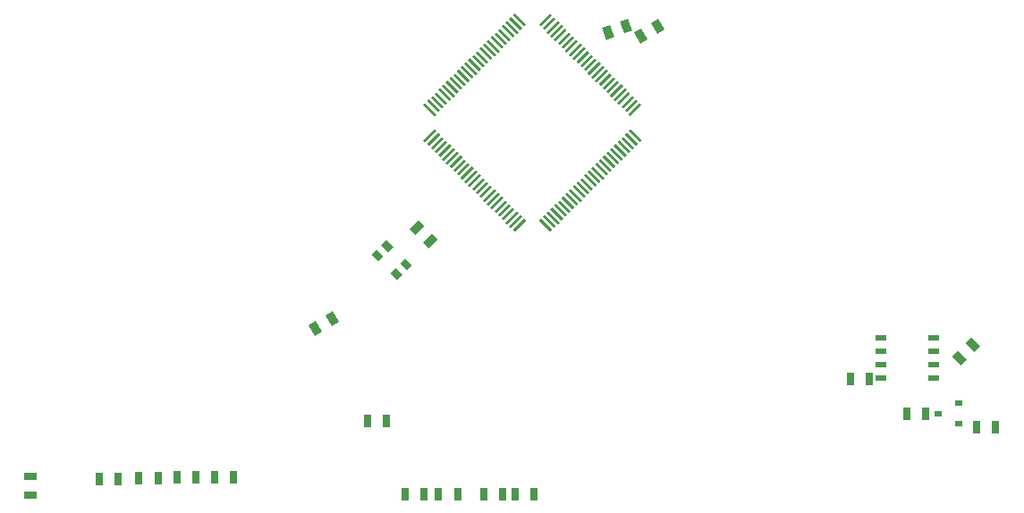
<source format=gtp>
G75*
G70*
%OFA0B0*%
%FSLAX24Y24*%
%IPPOS*%
%LPD*%
%AMOC8*
5,1,8,0,0,1.08239X$1,22.5*
%
%ADD10R,0.0315X0.0472*%
%ADD11R,0.0276X0.0354*%
%ADD12R,0.0591X0.0098*%
%ADD13R,0.0394X0.0197*%
%ADD14R,0.0472X0.0315*%
%ADD15R,0.0276X0.0236*%
D10*
X019045Y009244D03*
X019754Y009244D03*
X020524Y009292D03*
X021232Y009292D03*
X021953Y009316D03*
X022661Y009316D03*
X023349Y009311D03*
X024057Y009311D03*
X029051Y011400D03*
X029760Y011400D03*
X030446Y008670D03*
X031155Y008670D03*
X031690Y008672D03*
X032398Y008672D03*
X033383Y008679D03*
X034091Y008679D03*
X034536Y008670D03*
X035245Y008670D03*
G36*
X026854Y014990D02*
X027124Y015147D01*
X027360Y014740D01*
X027090Y014583D01*
X026854Y014990D01*
G37*
G36*
X027467Y015345D02*
X027737Y015502D01*
X027973Y015095D01*
X027703Y014938D01*
X027467Y015345D01*
G37*
G36*
X031321Y017857D02*
X031099Y018079D01*
X031431Y018411D01*
X031653Y018189D01*
X031321Y017857D01*
G37*
G36*
X030820Y018358D02*
X030598Y018580D01*
X030930Y018912D01*
X031152Y018690D01*
X030820Y018358D01*
G37*
G36*
X037790Y026067D02*
X038084Y026174D01*
X038246Y025731D01*
X037952Y025624D01*
X037790Y026067D01*
G37*
G36*
X038456Y026309D02*
X038750Y026416D01*
X038912Y025973D01*
X038618Y025866D01*
X038456Y026309D01*
G37*
G36*
X038984Y025896D02*
X039254Y026053D01*
X039490Y025646D01*
X039220Y025489D01*
X038984Y025896D01*
G37*
G36*
X039597Y026250D02*
X039867Y026407D01*
X040103Y026000D01*
X039833Y025843D01*
X039597Y026250D01*
G37*
G36*
X051335Y014325D02*
X051557Y014547D01*
X051889Y014215D01*
X051667Y013993D01*
X051335Y014325D01*
G37*
G36*
X050834Y013824D02*
X051056Y014046D01*
X051388Y013714D01*
X051166Y013492D01*
X050834Y013824D01*
G37*
X047745Y012990D03*
X047036Y012990D03*
X049136Y011690D03*
X049845Y011690D03*
X051736Y011190D03*
X052445Y011190D03*
D11*
G36*
X030251Y017281D02*
X030446Y017476D01*
X030695Y017227D01*
X030500Y017032D01*
X030251Y017281D01*
G37*
G36*
X029560Y017972D02*
X029755Y018167D01*
X030004Y017918D01*
X029809Y017723D01*
X029560Y017972D01*
G37*
G36*
X029198Y017611D02*
X029393Y017806D01*
X029642Y017557D01*
X029447Y017362D01*
X029198Y017611D01*
G37*
G36*
X029890Y016919D02*
X030085Y017114D01*
X030334Y016865D01*
X030139Y016670D01*
X029890Y016919D01*
G37*
D12*
G36*
X034390Y019448D02*
X033974Y019032D01*
X033904Y019102D01*
X034320Y019518D01*
X034390Y019448D01*
G37*
G36*
X034529Y019309D02*
X034113Y018893D01*
X034043Y018963D01*
X034459Y019379D01*
X034529Y019309D01*
G37*
G36*
X034669Y019170D02*
X034253Y018754D01*
X034183Y018824D01*
X034599Y019240D01*
X034669Y019170D01*
G37*
G36*
X034808Y019031D02*
X034392Y018615D01*
X034322Y018685D01*
X034738Y019101D01*
X034808Y019031D01*
G37*
G36*
X034947Y018892D02*
X034531Y018476D01*
X034461Y018546D01*
X034877Y018962D01*
X034947Y018892D01*
G37*
G36*
X035505Y018962D02*
X035921Y018546D01*
X035851Y018476D01*
X035435Y018892D01*
X035505Y018962D01*
G37*
G36*
X035645Y019101D02*
X036061Y018685D01*
X035991Y018615D01*
X035575Y019031D01*
X035645Y019101D01*
G37*
G36*
X035784Y019240D02*
X036200Y018824D01*
X036130Y018754D01*
X035714Y019170D01*
X035784Y019240D01*
G37*
G36*
X035923Y019379D02*
X036339Y018963D01*
X036269Y018893D01*
X035853Y019309D01*
X035923Y019379D01*
G37*
G36*
X036062Y019518D02*
X036478Y019102D01*
X036408Y019032D01*
X035992Y019448D01*
X036062Y019518D01*
G37*
G36*
X036201Y019658D02*
X036617Y019242D01*
X036547Y019172D01*
X036131Y019588D01*
X036201Y019658D01*
G37*
G36*
X036341Y019797D02*
X036757Y019381D01*
X036687Y019311D01*
X036271Y019727D01*
X036341Y019797D01*
G37*
G36*
X036480Y019936D02*
X036896Y019520D01*
X036826Y019450D01*
X036410Y019866D01*
X036480Y019936D01*
G37*
G36*
X036619Y020075D02*
X037035Y019659D01*
X036965Y019589D01*
X036549Y020005D01*
X036619Y020075D01*
G37*
G36*
X036758Y020214D02*
X037174Y019798D01*
X037104Y019728D01*
X036688Y020144D01*
X036758Y020214D01*
G37*
G36*
X036897Y020354D02*
X037313Y019938D01*
X037243Y019868D01*
X036827Y020284D01*
X036897Y020354D01*
G37*
G36*
X037036Y020493D02*
X037452Y020077D01*
X037382Y020007D01*
X036966Y020423D01*
X037036Y020493D01*
G37*
G36*
X037176Y020632D02*
X037592Y020216D01*
X037522Y020146D01*
X037106Y020562D01*
X037176Y020632D01*
G37*
G36*
X037315Y020771D02*
X037731Y020355D01*
X037661Y020285D01*
X037245Y020701D01*
X037315Y020771D01*
G37*
G36*
X037454Y020910D02*
X037870Y020494D01*
X037800Y020424D01*
X037384Y020840D01*
X037454Y020910D01*
G37*
G36*
X037593Y021050D02*
X038009Y020634D01*
X037939Y020564D01*
X037523Y020980D01*
X037593Y021050D01*
G37*
G36*
X037732Y021189D02*
X038148Y020773D01*
X038078Y020703D01*
X037662Y021119D01*
X037732Y021189D01*
G37*
G36*
X037872Y021328D02*
X038288Y020912D01*
X038218Y020842D01*
X037802Y021258D01*
X037872Y021328D01*
G37*
G36*
X038011Y021467D02*
X038427Y021051D01*
X038357Y020981D01*
X037941Y021397D01*
X038011Y021467D01*
G37*
G36*
X038150Y021606D02*
X038566Y021190D01*
X038496Y021120D01*
X038080Y021536D01*
X038150Y021606D01*
G37*
G36*
X038289Y021746D02*
X038705Y021330D01*
X038635Y021260D01*
X038219Y021676D01*
X038289Y021746D01*
G37*
G36*
X038428Y021885D02*
X038844Y021469D01*
X038774Y021399D01*
X038358Y021815D01*
X038428Y021885D01*
G37*
G36*
X038568Y022024D02*
X038984Y021608D01*
X038914Y021538D01*
X038498Y021954D01*
X038568Y022024D01*
G37*
G36*
X038707Y022163D02*
X039123Y021747D01*
X039053Y021677D01*
X038637Y022093D01*
X038707Y022163D01*
G37*
G36*
X038846Y022302D02*
X039262Y021886D01*
X039192Y021816D01*
X038776Y022232D01*
X038846Y022302D01*
G37*
G36*
X038776Y022861D02*
X039192Y023277D01*
X039262Y023207D01*
X038846Y022791D01*
X038776Y022861D01*
G37*
G36*
X038637Y023000D02*
X039053Y023416D01*
X039123Y023346D01*
X038707Y022930D01*
X038637Y023000D01*
G37*
G36*
X038498Y023139D02*
X038914Y023555D01*
X038984Y023485D01*
X038568Y023069D01*
X038498Y023139D01*
G37*
G36*
X038358Y023278D02*
X038774Y023694D01*
X038844Y023624D01*
X038428Y023208D01*
X038358Y023278D01*
G37*
G36*
X038219Y023417D02*
X038635Y023833D01*
X038705Y023763D01*
X038289Y023347D01*
X038219Y023417D01*
G37*
G36*
X038080Y023557D02*
X038496Y023973D01*
X038566Y023903D01*
X038150Y023487D01*
X038080Y023557D01*
G37*
G36*
X037941Y023696D02*
X038357Y024112D01*
X038427Y024042D01*
X038011Y023626D01*
X037941Y023696D01*
G37*
G36*
X037802Y023835D02*
X038218Y024251D01*
X038288Y024181D01*
X037872Y023765D01*
X037802Y023835D01*
G37*
G36*
X037662Y023974D02*
X038078Y024390D01*
X038148Y024320D01*
X037732Y023904D01*
X037662Y023974D01*
G37*
G36*
X037523Y024113D02*
X037939Y024529D01*
X038009Y024459D01*
X037593Y024043D01*
X037523Y024113D01*
G37*
G36*
X037384Y024253D02*
X037800Y024669D01*
X037870Y024599D01*
X037454Y024183D01*
X037384Y024253D01*
G37*
G36*
X037245Y024392D02*
X037661Y024808D01*
X037731Y024738D01*
X037315Y024322D01*
X037245Y024392D01*
G37*
G36*
X037106Y024531D02*
X037522Y024947D01*
X037592Y024877D01*
X037176Y024461D01*
X037106Y024531D01*
G37*
G36*
X036966Y024670D02*
X037382Y025086D01*
X037452Y025016D01*
X037036Y024600D01*
X036966Y024670D01*
G37*
G36*
X036827Y024809D02*
X037243Y025225D01*
X037313Y025155D01*
X036897Y024739D01*
X036827Y024809D01*
G37*
G36*
X036688Y024949D02*
X037104Y025365D01*
X037174Y025295D01*
X036758Y024879D01*
X036688Y024949D01*
G37*
G36*
X036549Y025088D02*
X036965Y025504D01*
X037035Y025434D01*
X036619Y025018D01*
X036549Y025088D01*
G37*
G36*
X036410Y025227D02*
X036826Y025643D01*
X036896Y025573D01*
X036480Y025157D01*
X036410Y025227D01*
G37*
G36*
X036271Y025366D02*
X036687Y025782D01*
X036757Y025712D01*
X036341Y025296D01*
X036271Y025366D01*
G37*
G36*
X036131Y025505D02*
X036547Y025921D01*
X036617Y025851D01*
X036201Y025435D01*
X036131Y025505D01*
G37*
G36*
X035992Y025645D02*
X036408Y026061D01*
X036478Y025991D01*
X036062Y025575D01*
X035992Y025645D01*
G37*
G36*
X035853Y025784D02*
X036269Y026200D01*
X036339Y026130D01*
X035923Y025714D01*
X035853Y025784D01*
G37*
G36*
X035714Y025923D02*
X036130Y026339D01*
X036200Y026269D01*
X035784Y025853D01*
X035714Y025923D01*
G37*
G36*
X035575Y026062D02*
X035991Y026478D01*
X036061Y026408D01*
X035645Y025992D01*
X035575Y026062D01*
G37*
G36*
X035435Y026201D02*
X035851Y026617D01*
X035921Y026547D01*
X035505Y026131D01*
X035435Y026201D01*
G37*
G36*
X034877Y026131D02*
X034461Y026547D01*
X034531Y026617D01*
X034947Y026201D01*
X034877Y026131D01*
G37*
G36*
X034738Y025992D02*
X034322Y026408D01*
X034392Y026478D01*
X034808Y026062D01*
X034738Y025992D01*
G37*
G36*
X034599Y025853D02*
X034183Y026269D01*
X034253Y026339D01*
X034669Y025923D01*
X034599Y025853D01*
G37*
G36*
X034459Y025714D02*
X034043Y026130D01*
X034113Y026200D01*
X034529Y025784D01*
X034459Y025714D01*
G37*
G36*
X034320Y025575D02*
X033904Y025991D01*
X033974Y026061D01*
X034390Y025645D01*
X034320Y025575D01*
G37*
G36*
X034181Y025435D02*
X033765Y025851D01*
X033835Y025921D01*
X034251Y025505D01*
X034181Y025435D01*
G37*
G36*
X034042Y025296D02*
X033626Y025712D01*
X033696Y025782D01*
X034112Y025366D01*
X034042Y025296D01*
G37*
G36*
X033903Y025157D02*
X033487Y025573D01*
X033557Y025643D01*
X033973Y025227D01*
X033903Y025157D01*
G37*
G36*
X033763Y025018D02*
X033347Y025434D01*
X033417Y025504D01*
X033833Y025088D01*
X033763Y025018D01*
G37*
G36*
X033624Y024879D02*
X033208Y025295D01*
X033278Y025365D01*
X033694Y024949D01*
X033624Y024879D01*
G37*
G36*
X033485Y024739D02*
X033069Y025155D01*
X033139Y025225D01*
X033555Y024809D01*
X033485Y024739D01*
G37*
G36*
X033346Y024600D02*
X032930Y025016D01*
X033000Y025086D01*
X033416Y024670D01*
X033346Y024600D01*
G37*
G36*
X033207Y024461D02*
X032791Y024877D01*
X032861Y024947D01*
X033277Y024531D01*
X033207Y024461D01*
G37*
G36*
X033067Y024322D02*
X032651Y024738D01*
X032721Y024808D01*
X033137Y024392D01*
X033067Y024322D01*
G37*
G36*
X032928Y024183D02*
X032512Y024599D01*
X032582Y024669D01*
X032998Y024253D01*
X032928Y024183D01*
G37*
G36*
X032789Y024043D02*
X032373Y024459D01*
X032443Y024529D01*
X032859Y024113D01*
X032789Y024043D01*
G37*
G36*
X032650Y023904D02*
X032234Y024320D01*
X032304Y024390D01*
X032720Y023974D01*
X032650Y023904D01*
G37*
G36*
X032511Y023765D02*
X032095Y024181D01*
X032165Y024251D01*
X032581Y023835D01*
X032511Y023765D01*
G37*
G36*
X032372Y023626D02*
X031956Y024042D01*
X032026Y024112D01*
X032442Y023696D01*
X032372Y023626D01*
G37*
G36*
X032232Y023487D02*
X031816Y023903D01*
X031886Y023973D01*
X032302Y023557D01*
X032232Y023487D01*
G37*
G36*
X032093Y023347D02*
X031677Y023763D01*
X031747Y023833D01*
X032163Y023417D01*
X032093Y023347D01*
G37*
G36*
X031954Y023208D02*
X031538Y023624D01*
X031608Y023694D01*
X032024Y023278D01*
X031954Y023208D01*
G37*
G36*
X031815Y023069D02*
X031399Y023485D01*
X031469Y023555D01*
X031885Y023139D01*
X031815Y023069D01*
G37*
G36*
X031676Y022930D02*
X031260Y023346D01*
X031330Y023416D01*
X031746Y023000D01*
X031676Y022930D01*
G37*
G36*
X031536Y022791D02*
X031120Y023207D01*
X031190Y023277D01*
X031606Y022861D01*
X031536Y022791D01*
G37*
G36*
X031606Y022232D02*
X031190Y021816D01*
X031120Y021886D01*
X031536Y022302D01*
X031606Y022232D01*
G37*
G36*
X031746Y022093D02*
X031330Y021677D01*
X031260Y021747D01*
X031676Y022163D01*
X031746Y022093D01*
G37*
G36*
X031885Y021954D02*
X031469Y021538D01*
X031399Y021608D01*
X031815Y022024D01*
X031885Y021954D01*
G37*
G36*
X032024Y021815D02*
X031608Y021399D01*
X031538Y021469D01*
X031954Y021885D01*
X032024Y021815D01*
G37*
G36*
X032163Y021676D02*
X031747Y021260D01*
X031677Y021330D01*
X032093Y021746D01*
X032163Y021676D01*
G37*
G36*
X032302Y021536D02*
X031886Y021120D01*
X031816Y021190D01*
X032232Y021606D01*
X032302Y021536D01*
G37*
G36*
X032442Y021397D02*
X032026Y020981D01*
X031956Y021051D01*
X032372Y021467D01*
X032442Y021397D01*
G37*
G36*
X032581Y021258D02*
X032165Y020842D01*
X032095Y020912D01*
X032511Y021328D01*
X032581Y021258D01*
G37*
G36*
X032720Y021119D02*
X032304Y020703D01*
X032234Y020773D01*
X032650Y021189D01*
X032720Y021119D01*
G37*
G36*
X032859Y020980D02*
X032443Y020564D01*
X032373Y020634D01*
X032789Y021050D01*
X032859Y020980D01*
G37*
G36*
X032998Y020840D02*
X032582Y020424D01*
X032512Y020494D01*
X032928Y020910D01*
X032998Y020840D01*
G37*
G36*
X033137Y020701D02*
X032721Y020285D01*
X032651Y020355D01*
X033067Y020771D01*
X033137Y020701D01*
G37*
G36*
X033277Y020562D02*
X032861Y020146D01*
X032791Y020216D01*
X033207Y020632D01*
X033277Y020562D01*
G37*
G36*
X033416Y020423D02*
X033000Y020007D01*
X032930Y020077D01*
X033346Y020493D01*
X033416Y020423D01*
G37*
G36*
X033555Y020284D02*
X033139Y019868D01*
X033069Y019938D01*
X033485Y020354D01*
X033555Y020284D01*
G37*
G36*
X033694Y020144D02*
X033278Y019728D01*
X033208Y019798D01*
X033624Y020214D01*
X033694Y020144D01*
G37*
G36*
X033833Y020005D02*
X033417Y019589D01*
X033347Y019659D01*
X033763Y020075D01*
X033833Y020005D01*
G37*
G36*
X033973Y019866D02*
X033557Y019450D01*
X033487Y019520D01*
X033903Y019936D01*
X033973Y019866D01*
G37*
G36*
X034112Y019727D02*
X033696Y019311D01*
X033626Y019381D01*
X034042Y019797D01*
X034112Y019727D01*
G37*
G36*
X034251Y019588D02*
X033835Y019172D01*
X033765Y019242D01*
X034181Y019658D01*
X034251Y019588D01*
G37*
D13*
X048191Y014512D03*
X048191Y014008D03*
X048191Y013504D03*
X048191Y013000D03*
X050151Y013000D03*
X050151Y013504D03*
X050151Y014008D03*
X050151Y014512D03*
D14*
X016491Y008636D03*
X016491Y009344D03*
D15*
X050297Y011690D03*
X051084Y011316D03*
X051084Y012064D03*
M02*

</source>
